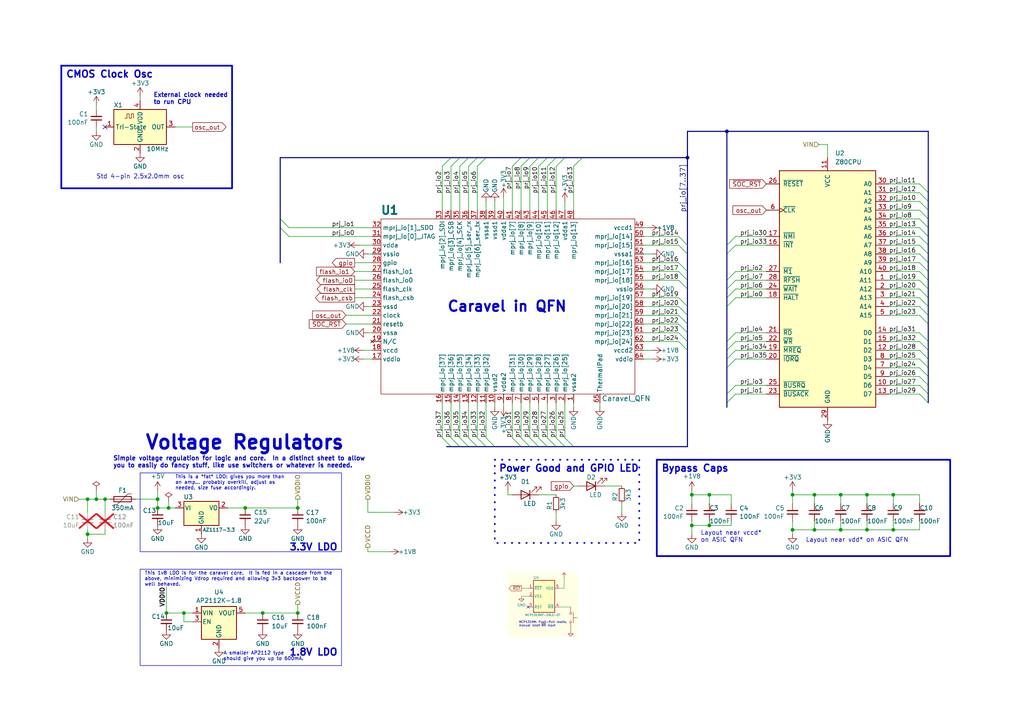
<source format=kicad_sch>
(kicad_sch (version 20231120) (generator "eeschema") (generator_version "8.0")
  (paper "A4")
  (junction (at 53.34 177.8))
  (junction (at 45.72 147.32))
  (junction (at 229.87 143.51))
  (junction (at 236.22 143.51))
  (junction (at 48.895 147.32))
  (junction (at 243.84 143.51))
  (junction (at 45.72 144.78))
  (junction (at 48.26 177.8))
  (junction (at 259.08 153.67))
  (junction (at 199.39 45.72))
  (junction (at 205.74 143.51))
  (junction (at 236.22 153.67))
  (junction (at 200.66 143.51))
  (junction (at 210.82 38.1))
  (junction (at 30.48 144.78))
  (junction (at 71.12 147.32))
  (junction (at 25.4 144.78))
  (junction (at 76.2 177.8))
  (junction (at 25.4 154.94))
  (junction (at 205.74 152.4))
  (junction (at 27.94 144.78))
  (junction (at 86.36 147.32))
  (junction (at 86.36 177.8))
  (junction (at 251.46 143.51))
  (junction (at 229.87 153.67))
  (junction (at 243.84 153.67))
  (junction (at 251.46 153.67))
  (junction (at 200.66 152.4))
  (junction (at 259.08 143.51))
  (no_connect (at 30.48 36.83))
  (bus_entry (at 269.24 78.74) (size -2.54 -2.54))
  (bus_entry (at 269.24 81.28) (size -2.54 -2.54))
  (bus_entry (at 269.24 99.06) (size -2.54 -2.54))
  (bus_entry (at 269.24 114.3) (size -2.54 -2.54))
  (bus_entry (at 133.35 129.54) (size -2.54 -2.54))
  (bus_entry (at 161.29 45.72) (size -2.54 2.54))
  (bus_entry (at 269.24 93.98) (size -2.54 -2.54))
  (bus_entry (at 199.39 91.44) (size -2.54 -2.54))
  (bus_entry (at 199.39 96.52) (size -2.54 -2.54))
  (bus_entry (at 269.24 55.88) (size -2.54 -2.54))
  (bus_entry (at 140.97 129.54) (size -2.54 -2.54))
  (bus_entry (at 143.51 129.54) (size -2.54 -2.54))
  (bus_entry (at 210.82 104.14) (size 2.54 -2.54))
  (bus_entry (at 135.89 129.54) (size -2.54 -2.54))
  (bus_entry (at 81.28 66.04) (size 2.54 2.54))
  (bus_entry (at 133.35 48.26) (size 2.54 -2.54))
  (bus_entry (at 210.82 81.28) (size 2.54 -2.54))
  (bus_entry (at 210.82 116.84) (size 2.54 -2.54))
  (bus_entry (at 156.21 129.54) (size -2.54 -2.54))
  (bus_entry (at 156.21 45.72) (size -2.54 2.54))
  (bus_entry (at 269.24 83.82) (size -2.54 -2.54))
  (bus_entry (at 269.24 66.04) (size -2.54 -2.54))
  (bus_entry (at 269.24 76.2) (size -2.54 -2.54))
  (bus_entry (at 163.83 129.54) (size -2.54 -2.54))
  (bus_entry (at 153.67 45.72) (size -2.54 2.54))
  (bus_entry (at 269.24 88.9) (size -2.54 -2.54))
  (bus_entry (at 81.28 63.5) (size 2.54 2.54))
  (bus_entry (at 269.24 116.84) (size -2.54 -2.54))
  (bus_entry (at 199.39 88.9) (size -2.54 -2.54))
  (bus_entry (at 199.39 99.06) (size -2.54 -2.54))
  (bus_entry (at 269.24 58.42) (size -2.54 -2.54))
  (bus_entry (at 210.82 71.12) (size 2.54 -2.54))
  (bus_entry (at 135.89 48.26) (size 2.54 -2.54))
  (bus_entry (at 269.24 106.68) (size -2.54 -2.54))
  (bus_entry (at 210.82 88.9) (size 2.54 -2.54))
  (bus_entry (at 269.24 63.5) (size -2.54 -2.54))
  (bus_entry (at 269.24 86.36) (size -2.54 -2.54))
  (bus_entry (at 199.39 71.12) (size -2.54 -2.54))
  (bus_entry (at 199.39 93.98) (size -2.54 -2.54))
  (bus_entry (at 168.91 45.72) (size -2.54 2.54))
  (bus_entry (at 130.81 48.26) (size 2.54 -2.54))
  (bus_entry (at 210.82 114.3) (size 2.54 -2.54))
  (bus_entry (at 269.24 101.6) (size -2.54 -2.54))
  (bus_entry (at 269.24 109.22) (size -2.54 -2.54))
  (bus_entry (at 210.82 101.6) (size 2.54 -2.54))
  (bus_entry (at 210.82 83.82) (size 2.54 -2.54))
  (bus_entry (at 199.39 81.28) (size -2.54 -2.54))
  (bus_entry (at 269.24 104.14) (size -2.54 -2.54))
  (bus_entry (at 151.13 45.72) (size -2.54 2.54))
  (bus_entry (at 269.24 60.96) (size -2.54 -2.54))
  (bus_entry (at 210.82 99.06) (size 2.54 -2.54))
  (bus_entry (at 163.83 45.72) (size -2.54 2.54))
  (bus_entry (at 269.24 73.66) (size -2.54 -2.54))
  (bus_entry (at 199.39 73.66) (size -2.54 -2.54))
  (bus_entry (at 158.75 129.54) (size -2.54 -2.54))
  (bus_entry (at 199.39 101.6) (size -2.54 -2.54))
  (bus_entry (at 130.81 129.54) (size -2.54 -2.54))
  (bus_entry (at 269.24 68.58) (size -2.54 -2.54))
  (bus_entry (at 269.24 111.76) (size -2.54 -2.54))
  (bus_entry (at 153.67 129.54) (size -2.54 -2.54))
  (bus_entry (at 138.43 48.26) (size 2.54 -2.54))
  (bus_entry (at 166.37 129.54) (size -2.54 -2.54))
  (bus_entry (at 210.82 86.36) (size 2.54 -2.54))
  (bus_entry (at 138.43 129.54) (size -2.54 -2.54))
  (bus_entry (at 161.29 129.54) (size -2.54 -2.54))
  (bus_entry (at 128.27 48.26) (size 2.54 -2.54))
  (bus_entry (at 269.24 71.12) (size -2.54 -2.54))
  (bus_entry (at 199.39 83.82) (size -2.54 -2.54))
  (bus_entry (at 210.82 106.68) (size 2.54 -2.54))
  (bus_entry (at 210.82 73.66) (size 2.54 -2.54))
  (bus_entry (at 151.13 129.54) (size -2.54 -2.54))
  (bus_entry (at 199.39 78.74) (size -2.54 -2.54))
  (bus_entry (at 158.75 45.72) (size -2.54 2.54))
  (bus_entry (at 269.24 91.44) (size -2.54 -2.54))
  (wire (pts (xy 128.27 48.26) (xy 128.27 60.96)))
  (wire (pts (xy 146.05 60.96) (xy 146.05 57.15)))
  (bus (pts (xy 199.39 83.82) (xy 199.39 88.9)))
  (bus (pts (xy 199.39 91.44) (xy 199.39 93.98)))
  (wire (pts (xy 189.23 83.82) (xy 186.69 83.82)))
  (bus (pts (xy 269.24 60.96) (xy 269.24 63.5)))
  (wire (pts (xy 138.43 48.26) (xy 138.43 60.96)))
  (bus (pts (xy 161.29 129.54) (xy 163.83 129.54)))
  (wire (pts (xy 106.68 160.02) (xy 113.03 160.02)))
  (wire (pts (xy 83.82 68.58) (xy 107.95 68.58)))
  (wire (pts (xy 153.67 116.84) (xy 153.67 127)))
  (wire (pts (xy 212.09 143.51) (xy 212.09 146.05)))
  (wire (pts (xy 148.59 116.84) (xy 148.59 127)))
  (bus (pts (xy 151.13 129.54) (xy 153.67 129.54)))
  (bus (pts (xy 168.91 45.72) (xy 199.39 45.72)))
  (bus (pts (xy 210.82 83.82) (xy 210.82 86.36)))
  (wire (pts (xy 86.36 175.26) (xy 86.36 177.8)))
  (wire (pts (xy 186.69 88.9) (xy 196.85 88.9)))
  (bus (pts (xy 81.28 66.04) (xy 81.28 76.2)))
  (bus (pts (xy 269.24 76.2) (xy 269.24 78.74)))
  (wire (pts (xy 166.37 118.11) (xy 166.37 116.84)))
  (bus (pts (xy 129.54 129.54) (xy 130.81 129.54)))
  (wire (pts (xy 186.69 71.12) (xy 196.85 71.12)))
  (bus (pts (xy 269.24 83.82) (xy 269.24 86.36)))
  (wire (pts (xy 257.81 101.6) (xy 266.7 101.6)))
  (wire (pts (xy 257.81 78.74) (xy 266.7 78.74)))
  (wire (pts (xy 200.66 152.4) (xy 200.66 154.94)))
  (bus (pts (xy 199.39 93.98) (xy 199.39 96.52)))
  (bus (pts (xy 81.28 45.72) (xy 130.81 45.72)))
  (bus (pts (xy 269.24 91.44) (xy 269.24 93.98)))
  (wire (pts (xy 140.97 60.96) (xy 140.97 58.42)))
  (bus (pts (xy 210.82 106.68) (xy 210.82 114.3)))
  (wire (pts (xy 259.08 143.51) (xy 266.7 143.51)))
  (bus (pts (xy 210.82 81.28) (xy 210.82 83.82)))
  (wire (pts (xy 133.35 116.84) (xy 133.35 127)))
  (bus (pts (xy 269.24 63.5) (xy 269.24 66.04)))
  (wire (pts (xy 229.87 153.67) (xy 229.87 154.94)))
  (wire (pts (xy 48.26 177.8) (xy 53.34 177.8)))
  (wire (pts (xy 240.03 45.72) (xy 240.03 41.91)))
  (bus (pts (xy 199.39 88.9) (xy 199.39 91.44)))
  (bus (pts (xy 269.24 68.58) (xy 269.24 71.12)))
  (wire (pts (xy 213.36 83.82) (xy 222.25 83.82)))
  (wire (pts (xy 213.36 99.06) (xy 222.25 99.06)))
  (wire (pts (xy 25.4 154.94) (xy 25.4 156.21)))
  (wire (pts (xy 229.87 142.24) (xy 229.87 143.51)))
  (bus (pts (xy 269.24 55.88) (xy 269.24 58.42)))
  (wire (pts (xy 76.2 177.8) (xy 86.36 177.8)))
  (wire (pts (xy 257.81 88.9) (xy 266.7 88.9)))
  (wire (pts (xy 257.81 76.2) (xy 266.7 76.2)))
  (wire (pts (xy 257.81 66.04) (xy 266.7 66.04)))
  (wire (pts (xy 251.46 143.51) (xy 251.46 146.05)))
  (bus (pts (xy 269.24 111.76) (xy 269.24 114.3)))
  (bus (pts (xy 199.39 81.28) (xy 199.39 83.82)))
  (wire (pts (xy 229.87 151.13) (xy 229.87 153.67)))
  (wire (pts (xy 200.66 152.4) (xy 205.74 152.4)))
  (wire (pts (xy 143.51 118.11) (xy 143.51 116.84)))
  (wire (pts (xy 161.29 148.59) (xy 161.29 151.13)))
  (wire (pts (xy 71.12 147.32) (xy 86.36 147.32)))
  (wire (pts (xy 213.36 86.36) (xy 222.25 86.36)))
  (wire (pts (xy 243.84 143.51) (xy 251.46 143.51)))
  (wire (pts (xy 146.05 118.11) (xy 146.05 116.84)))
  (bus (pts (xy 210.82 38.1) (xy 269.24 38.1)))
  (bus (pts (xy 210.82 88.9) (xy 210.82 99.06)))
  (wire (pts (xy 205.74 143.51) (xy 205.74 146.05)))
  (bus (pts (xy 210.82 38.1) (xy 210.82 71.12)))
  (wire (pts (xy 30.48 153.67) (xy 30.48 154.94)))
  (bus (pts (xy 210.82 86.36) (xy 210.82 88.9)))
  (bus (pts (xy 269.24 38.1) (xy 269.24 55.88)))
  (wire (pts (xy 189.23 104.14) (xy 186.69 104.14)))
  (wire (pts (xy 140.97 116.84) (xy 140.97 127)))
  (wire (pts (xy 189.23 101.6) (xy 186.69 101.6)))
  (wire (pts (xy 55.88 180.34) (xy 53.34 180.34)))
  (wire (pts (xy 175.26 140.97) (xy 180.34 140.97)))
  (wire (pts (xy 138.43 116.84) (xy 138.43 127)))
  (bus (pts (xy 199.39 38.1) (xy 210.82 38.1)))
  (bus (pts (xy 81.28 63.5) (xy 81.28 66.04)))
  (wire (pts (xy 186.69 68.58) (xy 196.85 68.58)))
  (bus (pts (xy 269.24 58.42) (xy 269.24 60.96)))
  (bus (pts (xy 163.83 45.72) (xy 168.91 45.72)))
  (wire (pts (xy 86.36 144.78) (xy 86.36 147.32)))
  (bus (pts (xy 210.82 114.3) (xy 210.82 116.84)))
  (bus (pts (xy 140.97 45.72) (xy 151.13 45.72)))
  (bus (pts (xy 210.82 101.6) (xy 210.82 104.14)))
  (wire (pts (xy 186.69 91.44) (xy 196.85 91.44)))
  (wire (pts (xy 257.81 99.06) (xy 266.7 99.06)))
  (wire (pts (xy 25.4 144.78) (xy 25.4 148.59)))
  (bus (pts (xy 158.75 45.72) (xy 161.29 45.72)))
  (wire (pts (xy 257.81 96.52) (xy 266.7 96.52)))
  (bus (pts (xy 133.35 129.54) (xy 135.89 129.54)))
  (bus (pts (xy 210.82 104.14) (xy 210.82 106.68)))
  (wire (pts (xy 166.37 140.97) (xy 167.64 140.97)))
  (wire (pts (xy 53.34 180.34) (xy 53.34 177.8)))
  (wire (pts (xy 251.46 153.67) (xy 243.84 153.67)))
  (wire (pts (xy 107.95 96.52) (xy 106.68 96.52)))
  (wire (pts (xy 45.72 142.24) (xy 45.72 144.78)))
  (wire (pts (xy 200.66 142.24) (xy 200.66 143.51)))
  (bus (pts (xy 199.39 99.06) (xy 199.39 101.6)))
  (bus (pts (xy 269.24 71.12) (xy 269.24 73.66)))
  (wire (pts (xy 186.69 76.2) (xy 196.85 76.2)))
  (wire (pts (xy 25.4 153.67) (xy 25.4 154.94)))
  (wire (pts (xy 107.95 78.74) (xy 102.87 78.74)))
  (wire (pts (xy 130.81 116.84) (xy 130.81 127)))
  (wire (pts (xy 257.81 60.96) (xy 266.7 60.96)))
  (wire (pts (xy 147.32 143.51) (xy 148.59 143.51)))
  (wire (pts (xy 128.27 116.84) (xy 128.27 127)))
  (wire (pts (xy 50.8 36.83) (xy 55.88 36.83)))
  (wire (pts (xy 71.12 177.8) (xy 76.2 177.8)))
  (bus (pts (xy 269.24 101.6) (xy 269.24 104.14)))
  (wire (pts (xy 251.46 151.13) (xy 251.46 153.67)))
  (bus (pts (xy 156.21 129.54) (xy 158.75 129.54)))
  (bus (pts (xy 135.89 45.72) (xy 138.43 45.72)))
  (wire (pts (xy 257.81 111.76) (xy 266.7 111.76)))
  (wire (pts (xy 22.86 144.78) (xy 25.4 144.78)))
  (wire (pts (xy 156.21 116.84) (xy 156.21 127)))
  (wire (pts (xy 257.81 106.68) (xy 266.7 106.68)))
  (wire (pts (xy 151.13 116.84) (xy 151.13 127)))
  (wire (pts (xy 236.22 151.13) (xy 236.22 153.67)))
  (bus (pts (xy 269.24 78.74) (xy 269.24 81.28)))
  (wire (pts (xy 39.37 144.78) (xy 45.72 144.78)))
  (bus (pts (xy 153.67 45.72) (xy 156.21 45.72)))
  (wire (pts (xy 163.83 60.96) (xy 163.83 58.42)))
  (wire (pts (xy 213.36 111.76) (xy 222.25 111.76)))
  (wire (pts (xy 200.66 143.51) (xy 200.66 146.05)))
  (wire (pts (xy 213.36 114.3) (xy 222.25 114.3)))
  (bus (pts (xy 269.24 114.3) (xy 269.24 116.84)))
  (bus (pts (xy 153.67 129.54) (xy 156.21 129.54)))
  (wire (pts (xy 259.08 153.67) (xy 251.46 153.67)))
  (bus (pts (xy 138.43 129.54) (xy 140.97 129.54)))
  (wire (pts (xy 151.13 48.26) (xy 151.13 60.96)))
  (wire (pts (xy 107.95 101.6) (xy 105.41 101.6)))
  (wire (pts (xy 107.95 86.36) (xy 102.87 86.36)))
  (wire (pts (xy 133.35 48.26) (xy 133.35 60.96)))
  (wire (pts (xy 243.84 143.51) (xy 243.84 146.05)))
  (wire (pts (xy 106.68 148.59) (xy 114.3 148.59)))
  (bus (pts (xy 269.24 86.36) (xy 269.24 88.9)))
  (wire (pts (xy 213.36 78.74) (xy 222.25 78.74)))
  (wire (pts (xy 107.95 71.12) (xy 104.14 71.12)))
  (wire (pts (xy 257.81 71.12) (xy 266.7 71.12)))
  (wire (pts (xy 45.72 144.78) (xy 45.72 147.32)))
  (wire (pts (xy 107.95 76.2) (xy 102.87 76.2)))
  (bus (pts (xy 81.28 45.72) (xy 81.28 63.5)))
  (bus (pts (xy 199.39 71.12) (xy 199.39 73.66)))
  (bus (pts (xy 269.24 81.28) (xy 269.24 83.82)))
  (wire (pts (xy 213.36 81.28) (xy 222.25 81.28)))
  (bus (pts (xy 269.24 73.66) (xy 269.24 76.2)))
  (wire (pts (xy 257.81 81.28) (xy 266.7 81.28)))
  (wire (pts (xy 257.81 63.5) (xy 266.7 63.5)))
  (bus (pts (xy 210.82 116.84) (xy 210.82 118.11)))
  (bus (pts (xy 166.37 129.54) (xy 199.39 129.54)))
  (wire (pts (xy 257.81 73.66) (xy 266.7 73.66)))
  (wire (pts (xy 205.74 151.13) (xy 205.74 152.4)))
  (bus (pts (xy 130.81 45.72) (xy 133.35 45.72)))
  (wire (pts (xy 45.72 147.32) (xy 48.895 147.32)))
  (wire (pts (xy 153.67 48.26) (xy 153.67 60.96)))
  (wire (pts (xy 186.69 78.74) (xy 196.85 78.74)))
  (bus (pts (xy 269.24 99.06) (xy 269.24 101.6)))
  (wire (pts (xy 27.94 142.24) (xy 27.94 144.78)))
  (wire (pts (xy 48.895 145.415) (xy 48.895 147.32)))
  (wire (pts (xy 200.66 151.13) (xy 200.66 152.4)))
  (wire (pts (xy 107.95 104.14) (xy 105.41 104.14)))
  (bus (pts (xy 151.13 45.72) (xy 153.67 45.72)))
  (bus (pts (xy 210.82 99.06) (xy 210.82 101.6)))
  (wire (pts (xy 27.94 144.78) (xy 30.48 144.78)))
  (bus (pts (xy 269.24 88.9) (xy 269.24 91.44)))
  (bus (pts (xy 269.24 106.68) (xy 269.24 109.22)))
  (wire (pts (xy 257.81 86.36) (xy 266.7 86.36)))
  (wire (pts (xy 106.68 148.59) (xy 106.68 144.78)))
  (bus (pts (xy 199.39 45.72) (xy 199.39 38.1)))
  (wire (pts (xy 130.81 48.26) (xy 130.81 60.96)))
  (bus (pts (xy 199.39 78.74) (xy 199.39 81.28)))
  (bus (pts (xy 163.83 129.54) (xy 166.37 129.54)))
  (wire (pts (xy 257.81 58.42) (xy 266.7 58.42)))
  (wire (pts (xy 236.22 143.51) (xy 236.22 146.05)))
  (wire (pts (xy 229.87 143.51) (xy 229.87 146.05)))
  (wire (pts (xy 259.08 143.51) (xy 259.08 146.05)))
  (wire (pts (xy 25.4 144.78) (xy 27.94 144.78)))
  (wire (pts (xy 27.94 30.48) (xy 27.94 31.75)))
  (wire (pts (xy 107.95 73.66) (xy 106.68 73.66)))
  (wire (pts (xy 30.48 144.78) (xy 30.48 148.59)))
  (bus (pts (xy 210.82 73.66) (xy 210.82 81.28)))
  (wire (pts (xy 25.4 154.94) (xy 30.48 154.94)))
  (wire (pts (xy 166.37 48.26) (xy 166.37 60.96)))
  (wire (pts (xy 212.09 152.4) (xy 212.09 151.13)))
  (wire (pts (xy 205.74 143.51) (xy 212.09 143.51)))
  (wire (pts (xy 266.7 151.13) (xy 266.7 153.67)))
  (wire (pts (xy 40.64 27.94) (xy 40.64 29.21)))
  (wire (pts (xy 158.75 116.84) (xy 158.75 127)))
  (wire (pts (xy 243.84 151.13) (xy 243.84 153.67)))
  (wire (pts (xy 259.08 151.13) (xy 259.08 153.67)))
  (bus (pts (xy 269.24 66.04) (xy 269.24 68.58)))
  (bus (pts (xy 199.39 96.52) (xy 199.39 99.06)))
  (bus (pts (xy 210.82 71.12) (xy 210.82 73.66)))
  (wire (pts (xy 257.81 109.22) (xy 266.7 109.22)))
  (wire (pts (xy 236.22 143.51) (xy 243.84 143.51)))
  (wire (pts (xy 266.7 153.67) (xy 259.08 153.67)))
  (wire (pts (xy 187.96 66.04) (xy 186.69 66.04)))
  (wire (pts (xy 156.21 48.26) (xy 156.21 60.96)))
  (wire (pts (xy 135.89 48.26) (xy 135.89 60.96)))
  (wire (pts (xy 173.99 118.11) (xy 173.99 116.84)))
  (wire (pts (xy 180.34 146.05) (xy 180.34 148.59)))
  (bus (pts (xy 158.75 129.54) (xy 161.29 129.54)))
  (wire (pts (xy 48.26 170.18) (xy 48.26 177.8)))
  (bus (pts (xy 161.29 45.72) (xy 163.83 45.72)))
  (wire (pts (xy 107.95 88.9) (xy 106.68 88.9)))
  (bus (pts (xy 140.97 129.54) (xy 143.51 129.54)))
  (wire (pts (xy 257.81 104.14) (xy 266.7 104.14)))
  (bus (pts (xy 199.39 73.66) (xy 199.39 78.74)))
  (wire (pts (xy 53.34 177.8) (xy 55.88 177.8)))
  (wire (pts (xy 30.48 144.78) (xy 31.75 144.78)))
  (wire (pts (xy 148.59 48.26) (xy 148.59 60.96)))
  (bus (pts (xy 269.24 109.22) (xy 269.24 111.76)))
  (bus (pts (xy 130.81 129.54) (xy 133.35 129.54)))
  (wire (pts (xy 257.81 53.34) (xy 266.7 53.34)))
  (wire (pts (xy 257.81 68.58) (xy 266.7 68.58)))
  (wire (pts (xy 156.21 143.51) (xy 161.29 143.51)))
  (wire (pts (xy 107.95 93.98) (xy 100.33 93.98)))
  (wire (pts (xy 251.46 143.51) (xy 259.08 143.51)))
  (wire (pts (xy 213.36 68.58) (xy 222.25 68.58)))
  (wire (pts (xy 66.04 147.32) (xy 71.12 147.32)))
  (wire (pts (xy 205.74 152.4) (xy 212.09 152.4)))
  (wire (pts (xy 186.69 81.28) (xy 196.85 81.28)))
  (wire (pts (xy 213.36 71.12) (xy 222.25 71.12)))
  (wire (pts (xy 213.36 101.6) (xy 222.25 101.6)))
  (bus (pts (xy 199.39 101.6) (xy 199.39 129.54)))
  (wire (pts (xy 229.87 143.51) (xy 236.22 143.51)))
  (wire (pts (xy 27.94 36.83) (xy 27.94 38.1)))
  (bus (pts (xy 143.51 129.54) (xy 151.13 129.54)))
  (wire (pts (xy 161.29 116.84) (xy 161.29 127)))
  (bus (pts (xy 135.89 129.54) (xy 138.43 129.54)))
  (bus (pts (xy 269.24 104.14) (xy 269.24 106.68)))
  (wire (pts (xy 163.83 116.84) (xy 163.83 127)))
  (wire (pts (xy 106.68 158.75) (xy 106.68 160.02)))
  (wire (pts (xy 161.29 48.26) (xy 161.29 60.96)))
  (wire (pts (xy 83.82 66.04) (xy 107.95 66.04)))
  (wire (pts (xy 147.32 142.24) (xy 147.32 143.51)))
  (wire (pts (xy 107.95 81.28) (xy 102.87 81.28)))
  (wire (pts (xy 186.69 99.06) (xy 196.85 99.06)))
  (wire (pts (xy 266.7 146.05) (xy 266.7 143.51)))
  (wire (pts (xy 213.36 104.14) (xy 222.25 104.14)))
  (bus (pts (xy 199.39 45.72) (xy 199.39 71.12)))
  (wire (pts (xy 257.81 91.44) (xy 266.7 91.44)))
  (wire (pts (xy 186.69 93.98) (xy 196.85 93.98)))
  (wire (pts (xy 107.95 91.44) (xy 100.33 91.44)))
  (wire (pts (xy 135.89 116.84) (xy 135.89 127)))
  (wire (pts (xy 240.03 41.91) (xy 237.49 41.91)))
  (wire (pts (xy 257.81 55.88) (xy 266.7 55.88)))
  (wire (pts (xy 213.36 96.52) (xy 222.25 96.52)))
  (wire (pts (xy 243.84 153.67) (xy 236.22 153.67)))
  (wire (pts (xy 107.95 83.82) (xy 102.87 83.82)))
  (bus (pts (xy 156.21 45.72) (xy 158.75 45.72)))
  (wire (pts (xy 200.66 143.51) (xy 205.74 143.51)))
  (wire (pts (xy 186.69 86.36) (xy 196.85 86.36)))
  (bus (pts (xy 133.35 45.72) (xy 135.89 45.72)))
  (bus (pts (xy 269.24 93.98) (xy 269.24 99.06)))
  (wire (pts (xy 48.895 147.32) (xy 50.8 147.32)))
  (wire (pts (xy 186.69 96.52) (xy 196.85 96.52)))
  (wire (pts (xy 143.51 60.96) (xy 143.51 58.42)))
  (wire (pts (xy 236.22 153.67) (xy 229.87 153.67)))
  (wire (pts (xy 189.23 73.66) (xy 186.69 73.66)))
  (wire (pts (xy 257.81 114.3) (xy 266.7 114.3)))
  (bus (pts (xy 138.43 45.72) (xy 140.97 45.72)))
  (wire (pts (xy 257.81 83.82) (xy 266.7 83.82)))
  (wire (pts (xy 158.75 48.26) (xy 158.75 60.96)))
  (rectangle (start 40.64 137.16) (end 99.06 160.02))
  (rectangle (start 143.51 133.35) (end 185.42 157.48) (stroke (width 0.5) (type dot)))
  (rectangle (start 17.78 19.05) (end 67.31 54.61) (stroke (width 0.5)))
  (rectangle (start 190.5 133.35) (end 275.59 161.29) (stroke (width 0.5)))
  (rectangle (start 40.64 165.1) (end 99.06 193.04))
  (image (at 157.48 175.26) (scale 0.0926649))
  (text "CMOS Clock Osc" (at 19.05 22.86 0) (effects (font (size 2 2) (thickness 0.4) (bold yes)) (justify left bottom)))
  (text "A smaller AP2112 type\nshould give you up to 600mA." (at 64.77 191.77 0) (effects (font (size 1 1)) (justify left bottom)))
  (text "This 1v8 LDO is for the caravel core.  It is fed in a cascade from the\nabove, minimizing Vdrop required and allowing 3v3 backpower to be \nwell behaved.\n" (at 41.91 170.18 0) (effects (font (size 1 1)) (justify left bottom)))
  (text "Power Good and GPIO LED" (at 185.42 137.16 0) (effects (font (size 2 2) (thickness 0.4) (bold yes)) (justify right bottom)))
  (text "3.3V LDO" (at 83.82 160.02 0) (effects (font (size 2 2) (thickness 0.4) (bold yes)) (justify left bottom)))
  (text "Voltage Regulators" (at 41.91 130.81 0) (effects (font (size 4 4) (thickness 0.8) (bold yes)) (justify left bottom)))
  (text "Layout near vccd*\non ASIC QFN" (at 203.2 157.48 0) (effects (font (size 1.27 1.27)) (justify left bottom)))
  (text "Layout near vdd* on ASIC QFN" (at 233.68 157.48 0) (effects (font (size 1.27 1.27)) (justify left bottom)))
  (text "Caravel in QFN" (at 129.54 90.805 0) (effects (font (size 3 3) (bold yes)) (justify left bottom)))
  (text "Bypass Caps" (at 191.77 137.16 0) (effects (font (size 2 2) (thickness 0.4) (bold yes)) (justify left bottom)))
  (text "This is a *fat* LDO: gives you more than \nan amp... probably overkill, adjust as \nneeded, size fuse accordingly." (at 50.8 142.24 0) (effects (font (size 1 1)) (justify left bottom)))
  (text "Simple voltage regulation for logic and core.  In a distinct sheet to allow\nyou to easily do fancy stuff, like use switchers or whatever is needed." (at 32.766 135.89 0) (effects (font (size 1.27 1.27) (bold yes)) (justify left bottom)))
  (text "1.8V LDO" (at 83.82 190.5 0) (effects (font (size 2 2) (thickness 0.4) (bold yes)) (justify left bottom)))
  (text "External clock needed\nto run CPU" (at 44.45 30.48 0) (effects (font (size 1.27 1.27) (bold yes)) (justify left bottom)))
  (text "Std 4-pin 2.5x2.0mm osc" (at 27.94 52.07 0) (effects (font (size 1.27 1.27)) (justify left bottom)))
  (label "prj_io2" (at 214.63 78.74 0))
  (label "prj_io[7..37]" (at 199.39 61.595 90) (effects (font (size 1.5 1.5))))
  (label "prj_io17" (at 257.81 76.2 0))
  (label "prj_io12" (at 257.81 55.88 0))
  (label "prj_io33" (at 214.63 71.12 0))
  (label "prj_io14" (at 257.81 68.58 0))
  (label "prj_io8" (at 257.81 63.5 0))
  (label "prj_io20" (at 257.81 83.82 0))
  (label "prj_io13" (at 257.81 66.04 0))
  (label "prj_io17" (at 196.85 78.74 180))
  (label "prj_io5" (at 135.89 49.53 270))
  (label "prj_io28" (at 257.81 101.6 0))
  (label "prj_io10" (at 156.21 48.26 270))
  (label "prj_io24" (at 257.81 106.68 0))
  (label "prj_io30" (at 151.13 127 90))
  (label "prj_io32" (at 140.97 127 90))
  (label "prj_io1" (at 102.87 66.04 180))
  (label "prj_io8" (at 151.13 48.26 270))
  (label "prj_io26" (at 257.81 109.22 0))
  (label "prj_io12" (at 161.29 48.26 270))
  (label "prj_io35" (at 133.35 127 90))
  (label "prj_io1" (at 214.63 114.3 0))
  (label "prj_io33" (at 138.43 127 90))
  (label "prj_io18" (at 196.85 81.28 180))
  (label "prj_io21" (at 196.85 91.44 180))
  (label "prj_io36" (at 130.81 127 90))
  (label "prj_io23" (at 257.81 91.44 0))
  (label "prj_io31" (at 257.81 96.52 0))
  (label "prj_io9" (at 257.81 60.96 0))
  (label "prj_io34" (at 135.89 127 90))
  (label "prj_io6" (at 138.43 49.53 270))
  (label "prj_io16" (at 257.81 73.66 0))
  (label "prj_io0" (at 214.63 86.36 0))
  (label "prj_io6" (at 214.63 83.82 0))
  (label "prj_io22" (at 257.81 88.9 0))
  (label "prj_io11" (at 158.75 48.26 270))
  (label "prj_io15" (at 257.81 71.12 0))
  (label "prj_io4" (at 214.63 96.52 0))
  (label "prj_io23" (at 196.85 96.52 180))
  (label "prj_io30" (at 214.63 68.58 0))
  (label "prj_io15" (at 196.85 71.12 180))
  (label "prj_io3" (at 214.63 111.76 0))
  (label "prj_io2" (at 128.27 49.53 270))
  (label "prj_io35" (at 214.63 104.14 0))
  (label "prj_io32" (at 257.81 99.06 0))
  (label "prj_io27" (at 257.81 111.76 0))
  (label "prj_io5" (at 214.63 99.06 0))
  (label "prj_io4" (at 133.35 49.53 270))
  (label "prj_io34" (at 214.63 101.6 0))
  (label "prj_io7" (at 148.59 48.26 270))
  (label "prj_io29" (at 257.81 114.3 0))
  (label "prj_io16" (at 196.85 76.2 180))
  (label "prj_io0" (at 102.87 68.58 180))
  (label "prj_io27" (at 158.75 127 90))
  (label "prj_io26" (at 161.29 127 90))
  (label "prj_io7" (at 214.63 81.28 0))
  (label "prj_io21" (at 257.81 86.36 0))
  (label "VDDIO" (at 48.26 170.18 270) (effects (font (bold yes))))
  (label "prj_io11" (at 257.81 53.34 0))
  (label "prj_io19" (at 196.85 86.36 180))
  (label "prj_io3" (at 130.81 49.53 270))
  (label "prj_io28" (at 156.21 127 90))
  (label "prj_io9" (at 153.67 48.26 270))
  (label "prj_io14" (at 196.85 68.58 180))
  (label "prj_io20" (at 196.85 88.9 180))
  (label "prj_io10" (at 257.81 58.42 0))
  (label "prj_io18" (at 257.81 78.74 0))
  (label "prj_io29" (at 153.67 127 90))
  (label "prj_io25" (at 257.81 104.14 0))
  (label "prj_io24" (at 196.85 99.06 180))
  (label "prj_io25" (at 163.83 127 90))
  (label "prj_io19" (at 257.81 81.28 0))
  (label "prj_io22" (at 196.85 93.98 180))
  (label "prj_io37" (at 128.27 127 90))
  (label "prj_io13" (at 166.37 48.26 270))
  (label "prj_io31" (at 148.59 127 90))
  (global_label "~{SOC_RST}" (shape input) (at 100.33 93.98 180) (property "Intersheetrefs" "${INTERSHEET_REFS}" (effects (hide yes))))
  (global_label "~{SOC_RST}" (shape input) (at 222.25 53.34 180) (property "Intersheetrefs" "${INTERSHEET_REFS}" (effects (hide yes))))
  (global_label "gpio" (shape input) (at 166.37 140.97 180) (property "Intersheetrefs" "${INTERSHEET_REFS}" (effects (hide yes))))
  (global_label "flash_io0" (shape output) (at 102.87 81.28 180) (property "Intersheetrefs" "${INTERSHEET_REFS}" (effects (hide yes))))
  (global_label "flash_csb" (shape output) (at 102.87 86.36 180) (property "Intersheetrefs" "${INTERSHEET_REFS}" (effects (hide yes))))
  (global_label "gpio" (shape output) (at 102.87 76.2 180) (property "Intersheetrefs" "${INTERSHEET_REFS}" (effects (hide yes))))
  (global_label "osc_out" (shape output) (at 55.88 36.83 0) (property "Intersheetrefs" "${INTERSHEET_REFS}" (effects (hide yes))))
  (global_label "osc_out" (shape input) (at 100.33 91.44 180) (property "Intersheetrefs" "${INTERSHEET_REFS}" (effects (hide yes))))
  (global_label "flash_clk" (shape output) (at 102.87 83.82 180) (property "Intersheetrefs" "${INTERSHEET_REFS}" (effects (hide yes))))
  (global_label "osc_out" (shape input) (at 222.25 60.96 180) (property "Intersheetrefs" "${INTERSHEET_REFS}" (effects (hide yes))))
  (global_label "flash_io1" (shape input) (at 102.87 78.74 180) (property "Intersheetrefs" "${INTERSHEET_REFS}" (effects (hide yes))))
  (hierarchical_label "VIN" (shape input) (at 237.49 41.91 180))
  (hierarchical_label "VIN" (shape input) (at 22.86 144.78 180))
  (hierarchical_label "VCCD" (shape output) (at 86.36 175.26 90))
  (hierarchical_label "VCCD" (shape output) (at 106.68 158.75 90))
  (hierarchical_label "VDDIO" (shape output) (at 106.68 144.78 90))
  (hierarchical_label "VDDIO" (shape output) (at 86.36 144.78 90))
  (symbol (lib_id "Device:C_Small") (at 205.74 148.59 180) (unit 1)
    (property "Reference" "C3" (at 205.74 147.32 0) (effects (justify right)))
    (property "Value" "100nF" (at 205.74 151.13 0) (effects (justify right)))
    (property "Footprint" "Capacitor_SMD:C_0603_1608Metric" (effects (hide yes)))
  )
  (symbol (lib_id "Device:LED") (at 171.45 140.97 180) (unit 1)
    (property "Reference" "D2" (at 171.45 138.43 0))
    (property "Value" "LED" (at 172.72 143.51 0))
    (property "Footprint" "LED_SMD:LED_0402_1005Metric" (effects (hide yes)))
  )
  (symbol (lib_id "power:+3V3") (at 163.83 58.42 0) (mirror y) (unit 1)
    (property "Reference" "#PWR012" (effects (hide yes)))
    (property "Value" "+3V3" (at 163.83 55.88 90) (effects (justify left)))
  )
  (symbol (lib_id "Device:C_Small") (at 86.36 149.86 0) (unit 1)
    (property "Reference" "C17" (at 88.6841 148.6542 0) (effects (justify left)))
    (property "Value" "100nF" (at 88.6841 151.0784 0) (effects (justify left)))
    (property "Footprint" "Capacitor_SMD:C_0603_1608Metric" (effects (hide yes)))
  )
  (symbol (lib_id "power:+1V8") (at 187.96 66.04 270) (mirror x) (unit 1)
    (property "Reference" "#PWR015" (effects (hide yes)))
    (property "Value" "+1V8" (at 193.04 66.04 90))
  )
  (symbol (lib_id "power:GND") (at 45.72 152.4 0) (unit 1)
    (property "Reference" "#PWR035" (effects (hide yes)))
    (property "Value" "GND" (at 45.72 156.21 0))
  )
  (symbol (lib_name "GND_1") (lib_id "power:GND") (at 166.37 118.11 0) (mirror y) (unit 1)
    (property "Reference" "#PWR013" (effects (hide yes)))
    (property "Value" "GND" (at 166.37 120.65 90) (effects (justify right)))
  )
  (symbol (lib_id "power:+1V8") (at 189.23 101.6 270) (mirror x) (unit 1)
    (property "Reference" "#PWR018" (effects (hide yes)))
    (property "Value" "+1V8" (at 194.31 101.6 90))
  )
  (symbol (lib_id "power:GND") (at 25.4 156.21 0) (unit 1)
    (property "Reference" "#PWR033" (effects (hide yes)))
    (property "Value" "GND" (at 25.4 160.02 0))
  )
  (symbol (lib_id "Device:C_Small") (at 251.46 148.59 0) (unit 1)
    (property "Reference" "C8" (at 251.46 147.32 0) (effects (justify left)))
    (property "Value" "100nF" (at 251.46 151.13 0) (effects (justify left)))
    (property "Footprint" "Capacitor_SMD:C_0603_1608Metric" (effects (hide yes)))
  )
  (symbol (lib_id "power:+3V3") (at 105.41 104.14 90) (mirror x) (unit 1)
    (property "Reference" "#PWR03" (effects (hide yes)))
    (property "Value" "+3V3" (at 100.33 104.14 90))
  )
  (symbol (lib_id "Device:C_Small") (at 236.22 148.59 0) (unit 1)
    (property "Reference" "C6" (at 236.22 147.32 0) (effects (justify left)))
    (property "Value" "100nF" (at 236.22 151.13 0) (effects (justify left)))
    (property "Footprint" "Capacitor_SMD:C_0603_1608Metric" (effects (hide yes)))
  )
  (symbol (lib_id "power:+1V8") (at 200.66 142.24 0) (unit 1)
    (property "Reference" "#PWR026" (effects (hide yes)))
    (property "Value" "+1V8" (at 200.66 138.1069 0))
  )
  (symbol (lib_id "Device:C_Small") (at 25.4 151.13 0) (mirror y) (unit 1) (dnp yes)
    (property "Reference" "C11" (at 23.0759 149.9242 0) (effects (justify left)))
    (property "Value" "10uF" (at 23.0759 152.3484 0) (effects (justify left)))
    (property "Footprint" "Capacitor_SMD:C_0805_2012Metric" (effects (hide yes)))
  )
  (symbol (lib_id "power:GND") (at 58.42 154.94 0) (unit 1)
    (property "Reference" "#PWR037" (effects (hide yes)))
    (property "Value" "GND" (at 58.42 158.75 0))
  )
  (symbol (lib_name "GND_1") (lib_id "power:GND") (at 240.03 121.92 0) (mirror y) (unit 1)
    (property "Reference" "#PWR020" (effects (hide yes)))
    (property "Value" "GND" (at 240.03 124.46 90) (effects (justify right)))
  )
  (symbol (lib_id "Device:C_Small") (at 30.48 151.13 0) (unit 1) (dnp yes)
    (property "Reference" "C12" (at 32.8041 149.9242 0) (effects (justify left)))
    (property "Value" "100nF" (at 32.8041 152.3484 0) (effects (justify left)))
    (property "Footprint" "Capacitor_SMD:C_0603_1608Metric" (effects (hide yes)))
  )
  (symbol (lib_id "TinyTapeout:Caravel_QFN") (at 143.51 87.63 270) (mirror x) (unit 1)
    (property "Reference" "U1" (at 113.03 60.96 90) (effects (font (size 2.4 2.4) (bold yes))))
    (property "Value" "Caravel_QFN" (at 181.61 115.57 90) (effects (font (size 1.5 1.5))))
    (property "Footprint" "Package_DFN_QFN:QFN-64-1EP_9x9mm_P0.5mm_EP7.65x7.65mm" (effects (hide yes)))
  )
  (symbol (lib_id "power:+3V3") (at 40.64 27.94 0) (unit 1)
    (property "Reference" "#PWR024" (effects (hide yes)))
    (property "Value" "+3V3" (at 40.64 24.13 0))
  )
  (symbol (lib_id "CPU:Z80CPU") (at 240.03 83.82 0) (unit 1)
    (property "Reference" "U2" (at 242.2241 44.45 0) (effects (justify left)))
    (property "Value" "Z80CPU" (at 242.2241 46.99 0) (effects (justify left)))
    (property "Footprint" "KiCadModels:IC_ADAPTER_ 220-1-40-006" (effects (hide yes)))
    (property "Datasheet" "www.zilog.com/manage_directlink.php?filepath=docs/z80/um0080" (effects (hide yes)))
    (property "Description" "8-bit General Purpose Microprocessor, DIP-40" (effects (hide yes)))
  )
  (symbol (lib_id "power:GND") (at 86.36 182.88 0) (unit 1)
    (property "Reference" "#PWR042" (effects (hide yes)))
    (property "Value" "GND" (at 86.36 186.69 0))
  )
  (symbol (lib_id "power:+3V3") (at 27.94 30.48 0) (unit 1)
    (property "Reference" "#PWR022" (effects (hide yes)))
    (property "Value" "+3V3" (at 27.94 26.67 0))
  )
  (symbol (lib_id "power:+3V3") (at 147.32 142.24 0) (unit 1)
    (property "Reference" "#PWR030" (effects (hide yes)))
    (property "Value" "+3V3" (at 147.32 138.43 0))
  )
  (symbol (lib_name "GND_1") (lib_id "power:GND") (at 189.23 83.82 90) (mirror x) (unit 1)
    (property "Reference" "#PWR017" (effects (hide yes)))
    (property "Value" "GND" (at 193.675 83.82 90))
  )
  (symbol (lib_id "power:GND") (at 161.29 151.13 0) (mirror y) (unit 1)
    (property "Reference" "#PWR031" (effects (hide yes)))
    (property "Value" "GND" (at 161.29 154.94 0))
  )
  (symbol (lib_id "power:+3V3") (at 114.3 148.59 270) (mirror x) (unit 1)
    (property "Reference" "#PWR043" (effects (hide yes)))
    (property "Value" "+3V3" (at 119.38 148.59 90))
  )
  (symbol (lib_name "GND_1") (lib_id "power:GND") (at 229.87 154.94 0) (unit 1)
    (property "Reference" "#PWR029" (effects (hide yes)))
    (property "Value" "GND" (at 229.87 158.75 0))
  )
  (symbol (lib_id "power:+3V3") (at 146.05 118.11 0) (mirror x) (unit 1)
    (property "Reference" "#PWR011" (effects (hide yes)))
    (property "Value" "+3V3" (at 146.05 120.65 90) (effects (justify left)))
  )
  (symbol (lib_id "Device:C_Small") (at 86.36 180.34 0) (unit 1)
    (property "Reference" "C18" (at 88.9 179.0762 0) (effects (justify left)))
    (property "Value" "100nF" (at 88.9 181.6162 0) (effects (justify left)))
    (property "Footprint" "Capacitor_SMD:C_0603_1608Metric" (effects (hide yes)))
  )
  (symbol (lib_id "Regulator_Linear:AZ1117-3.3") (at 58.42 147.32 0) (unit 1)
    (property "Reference" "U3" (at 54.61 144.145 0))
    (property "Value" "AZ1117-3.3" (at 63.5 153.67 0) (effects (font (size 1 1))))
    (property "Footprint" "Package_TO_SOT_SMD:SOT-223-3_TabPin2" (effects (hide yes)))
    (property "Datasheet" "https://www.diodes.com/assets/Datasheets/AZ1117C.pdf" (effects (hide yes)))
    (property "MPN" "AZ1117IH-3.3TRG1" (effects (hide yes)))
  )
  (symbol (lib_id "Regulator_Linear:AP2112K-1.8") (at 63.5 180.34 0) (unit 1)
    (property "Reference" "U4" (at 63.5 171.7507 0))
    (property "Value" "AP2112K-1.8" (at 63.5 174.1749 0))
    (property "Footprint" "Package_TO_SOT_SMD:SOT-23-5" (effects (hide yes)))
    (property "Datasheet" "https://www.diodes.com/assets/Datasheets/AP2112.pdf" (effects (hide yes)))
  )
  (symbol (lib_id "Device:C_Small") (at 200.66 148.59 0) (unit 1)
    (property "Reference" "C2" (at 198.336 147.3842 0) (effects (justify right)))
    (property "Value" "100nF" (at 198.336 149.8084 0) (effects (justify right)))
    (property "Footprint" "Capacitor_SMD:C_0603_1608Metric" (effects (hide yes)))
  )
  (symbol (lib_id "Device:C_Small") (at 48.26 180.34 0) (unit 1)
    (property "Reference" "C14" (at 43.942 178.816 0) (effects (justify left)))
    (property "Value" "10uF" (at 48.514 182.118 0) (effects (justify left)))
    (property "Footprint" "Capacitor_SMD:C_0805_2012Metric" (effects (hide yes)))
  )
  (symbol (lib_id "power:+3V3") (at 189.23 104.14 270) (mirror x) (unit 1)
    (property "Reference" "#PWR019" (effects (hide yes)))
    (property "Value" "+3V3" (at 194.31 104.14 90))
  )
  (symbol (lib_id "Device:R_Small") (at 180.34 143.51 0) (mirror y) (unit 1)
    (property "Reference" "R2" (at 178.435 145.415 90) (effects (justify left)))
    (property "Value" "3k3" (at 182.245 145.415 90) (effects (justify left)))
    (property "Footprint" "Resistor_SMD:R_0603_1608Metric" (effects (hide yes)))
    (property "MPN" "RC0603FR-07510RL" (effects (hide yes)))
  )
  (symbol (lib_name "GND_1") (lib_id "power:GND") (at 143.51 58.42 0) (mirror x) (unit 1)
    (property "Reference" "#PWR08" (effects (hide yes)))
    (property "Value" "GND" (at 143.51 55.88 90) (effects (justify right)))
  )
  (symbol (lib_id "Device:C_Small") (at 259.08 148.59 0) (unit 1)
    (property "Reference" "C9" (at 259.08 147.32 0) (effects (justify left)))
    (property "Value" "100nF" (at 259.08 151.13 0) (effects (justify left)))
    (property "Footprint" "Capacitor_SMD:C_0603_1608Metric" (effects (hide yes)))
  )
  (symbol (lib_id "Device:C_Small") (at 71.12 149.86 0) (unit 1)
    (property "Reference" "C15" (at 73.66 148.5962 0) (effects (justify left)))
    (property "Value" "22uF" (at 73.66 151.1362 0) (effects (justify left)))
    (property "Footprint" "Capacitor_SMD:C_0805_2012Metric" (effects (hide yes)))
  )
  (symbol (lib_name "GND_1") (lib_id "power:GND") (at 143.51 118.11 0) (mirror y) (unit 1)
    (property "Reference" "#PWR09" (effects (hide yes)))
    (property "Value" "GND" (at 143.51 120.65 90) (effects (justify right)))
  )
  (symbol (lib_id "Device:LED") (at 152.4 143.51 180) (unit 1)
    (property "Reference" "D1" (at 152.4 139.7 0))
    (property "Value" "LED" (at 153.67 146.05 0))
    (property "Footprint" "LED_SMD:LED_0402_1005Metric" (effects (hide yes)))
  )
  (symbol (lib_id "Device:C_Small") (at 45.72 149.86 0) (unit 1)
    (property "Reference" "C13" (at 41.402 148.082 0) (effects (justify left)))
    (property "Value" "10uF" (at 45.72 151.638 0) (effects (justify left)))
    (property "Footprint" "Capacitor_SMD:C_0805_2012Metric" (effects (hide yes)))
  )
  (symbol (lib_id "power:GND") (at 27.94 38.1 0) (mirror y) (unit 1)
    (property "Reference" "#PWR023" (effects (hide yes)))
    (property "Value" "GND" (at 27.94 41.91 0))
  )
  (symbol (lib_name "GND_1") (lib_id "power:GND") (at 173.99 118.11 0) (mirror y) (unit 1)
    (property "Reference" "#PWR014" (effects (hide yes)))
    (property "Value" "GND" (at 173.99 120.65 90) (effects (justify right)))
  )
  (symbol (lib_id "power:PWR_FLAG") (at 27.94 142.24 0) (unit 1)
    (property "Reference" "#FLG01" (effects (hide yes)))
    (property "Value" "PWR_FLAG" (effects (hide yes)))
  )
  (symbol (lib_id "Device:C_Small") (at 229.87 148.59 180) (unit 1)
    (property "Reference" "C5" (at 227.546 147.3715 0) (effects (justify left)))
    (property "Value" "100nF" (at 227.546 149.7957 0) (effects (justify left)))
    (property "Footprint" "Capacitor_SMD:C_0603_1608Metric" (effects (hide yes)))
  )
  (symbol (lib_id "Device:C_Small") (at 76.2 180.34 0) (unit 1)
    (property "Reference" "C16" (at 78.74 179.0762 0) (effects (justify left)))
    (property "Value" "10uF" (at 78.74 181.6162 0) (effects (justify left)))
    (property "Footprint" "Capacitor_SMD:C_0805_2012Metric" (effects (hide yes)))
  )
  (symbol (lib_name "GND_1") (lib_id "power:GND") (at 200.66 154.94 0) (unit 1)
    (property "Reference" "#PWR027" (effects (hide yes)))
    (property "Value" "GND" (at 200.66 158.75 0))
  )
  (symbol (lib_id "power:GND") (at 40.64 44.45 0) (mirror y) (unit 1)
    (property "Reference" "#PWR025" (effects (hide yes)))
    (property "Value" "GND" (at 40.64 48.26 0))
  )
  (symbol (lib_id "Device:C_Small") (at 266.7 148.59 180) (unit 1)
    (property "Reference" "C10" (at 266.7 147.32 0) (effects (justify right)))
    (property "Value" "100nF" (at 266.7 151.13 0) (effects (justify right)))
    (property "Footprint" "Capacitor_SMD:C_0603_1608Metric" (effects (hide yes)))
  )
  (symbol (lib_id "Device:R_Small") (at 161.29 146.05 0) (mirror y) (unit 1)
    (property "Reference" "R1" (at 159.385 147.955 90) (effects (justify left)))
    (property "Value" "3k3" (at 163.195 147.955 90) (effects (justify left)))
    (property "Footprint" "Resistor_SMD:R_0603_1608Metric" (effects (hide yes)))
    (property "MPN" "RC0603FR-07510RL" (effects (hide yes)))
  )
  (symbol (lib_id "power:+3V3") (at 104.14 71.12 90) (mirror x) (unit 1)
    (property "Reference" "#PWR01" (effects (hide yes)))
    (property "Value" "+3V3" (at 96.52 71.12 90) (effects (justify right)))
  )
  (symbol (lib_id "Device:C_Small") (at 212.09 148.59 0) (unit 1)
    (property "Reference" "C4" (at 214.4141 147.3842 0) (effects (justify left)))
    (property "Value" "100nF" (at 214.4141 149.8084 0) (effects (justify left)))
    (property "Footprint" "Capacitor_SMD:C_0603_1608Metric" (effects (hide yes)))
  )
  (symbol (lib_id "power:+1V8") (at 105.41 101.6 90) (mirror x) (unit 1)
    (property "Reference" "#PWR02" (effects (hide yes)))
    (property "Value" "+1V8" (at 100.33 101.6 90))
  )
  (symbol (lib_id "power:+3V3") (at 229.87 142.24 0) (unit 1)
    (property "Reference" "#PWR028" (effects (hide yes)))
    (property "Value" "+3V3" (at 229.87 138.43 0))
  )
  (symbol (lib_name "GND_1") (lib_id "power:GND") (at 106.68 73.66 270) (mirror x) (unit 1)
    (property "Reference" "#PWR04" (effects (hide yes)))
    (property "Value" "GND" (at 102.235 73.66 90))
  )
  (symbol (lib_id "Oscillator:ECS-2520MV-xxx-xx") (at 40.64 36.83 0) (unit 1)
    (property "Reference" "X1" (at 34.29 30.48 0))
    (property "Value" "10MHz" (at 45.72 43.18 0))
    (property "Footprint" "Oscillator:Oscillator_SMD_ECS_2520MV-xxx-xx-4Pin_2.5x2.0mm" (effects (hide yes)))
    (property "Datasheet" "https://www.ecsxtal.com/store/pdf/ECS-2520MV.pdf" (effects (hide yes)))
    (property "MPN" "ECS-2520MVLC-100-CN-TR" (effects (hide yes)))
  )
  (symbol (lib_name "GND_1") (lib_id "power:GND") (at 140.97 58.42 0) (mirror x) (unit 1)
    (property "Reference" "#PWR07" (effects (hide yes)))
    (property "Value" "GND" (at 140.97 55.88 90) (effects (justify right)))
  )
  (symbol (lib_id "Device:C_Small") (at 243.84 148.59 0) (unit 1)
    (property "Reference" "C7" (at 243.84 147.32 0) (effects (justify left)))
    (property "Value" "100nF" (at 243.84 151.13 0) (effects (justify left)))
    (property "Footprint" "Capacitor_SMD:C_0603_1608Metric" (effects (hide yes)))
  )
  (symbol (lib_id "power:+5V") (at 45.72 142.24 0) (unit 1)
    (property "Reference" "#PWR034" (effects (hide yes)))
    (property "Value" "+5V" (at 45.72 138.1069 0))
  )
  (symbol (lib_id "power:GND") (at 63.5 187.96 0) (unit 1)
    (property "Reference" "#PWR038" (effects (hide yes)))
    (property "Value" "GND" (at 63.5 191.77 0))
  )
  (symbol (lib_id "power:PWR_FLAG") (at 48.895 145.415 0) (unit 1)
    (property "Reference" "#FLG02" (effects (hide yes)))
    (property "Value" "PWR_FLAG" (effects (hide yes)))
  )
  (symbol (lib_id "power:+1V8") (at 113.03 160.02 270) (mirror x) (unit 1)
    (property "Reference" "#PWR021" (effects (hide yes)))
    (property "Value" "+1V8" (at 118.11 160.02 90))
  )
  (symbol (lib_name "GND_1") (lib_id "power:GND") (at 106.68 88.9 270) (mirror x) (unit 1)
    (property "Reference" "#PWR05" (effects (hide yes)))
    (property "Value" "GND" (at 102.235 88.9 90))
  )
  (symbol (lib_id "power:GND") (at 71.12 152.4 0) (unit 1)
    (property "Reference" "#PWR039" (effects (hide yes)))
    (property "Value" "GND" (at 71.12 156.21 0))
  )
  (symbol (lib_id "Device:C_Small") (at 27.94 34.29 180) (unit 1)
    (property "Reference" "C1" (at 25.616 33.0715 0) (effects (justify left)))
    (property "Value" "100nF" (at 25.616 35.4957 0) (effects (justify left)))
    (property "Footprint" "Capacitor_SMD:C_0603_1608Metric" (effects (hide yes)))
  )
  (symbol (lib_id "power:+3V3") (at 146.05 57.15 0) (mirror y) (unit 1)
    (property "Reference" "#PWR010" (effects (hide yes)))
    (property "Value" "+3V3" (at 146.05 54.61 90) (effects (justify left)))
  )
  (symbol (lib_id "power:GND") (at 180.34 148.59 0) (mirror y) (unit 1)
    (property "Reference" "#PWR032" (effects (hide yes)))
    (property "Value" "GND" (at 180.34 152.4 0))
  )
  (symbol (lib_id "power:GND") (at 86.36 152.4 0) (unit 1)
    (property "Reference" "#PWR041" (effects (hide yes)))
    (property "Value" "GND" (at 86.36 156.21 0))
  )
  (symbol (lib_name "GND_1") (lib_id "power:GND") (at 189.23 73.66 90) (mirror x) (unit 1)
    (property "Reference" "#PWR016" (effects (hide yes)))
    (property "Value" "GND" (at 193.675 73.66 90))
  )
  (symbol (lib_id "Device:Polyfuse") (at 35.56 144.78 90) (unit 1)
    (property "Reference" "F1" (at 35.56 142.24 90))
    (property "Value" "350mA" (at 35.56 147.32 90))
    (property "Footprint" "Fuse:Fuse_0805_2012Metric" (effects (hide yes)))
    (property "MPN" "0ZCK0035FF2G" (effects (hide yes)))
  )
  (symbol (lib_name "GND_1") (lib_id "power:GND") (at 106.68 96.52 270) (mirror x) (unit 1)
    (property "Reference" "#PWR06" (effects (hide yes)))
    (property "Value" "GND" (at 102.235 96.52 90))
  )
  (symbol (lib_id "power:GND") (at 76.2 182.88 0) (unit 1)
    (property "Reference" "#PWR040" (effects (hide yes)))
    (property "Value" "GND" (at 76.2 186.69 0))
  )
  (symbol (lib_id "power:GND") (at 48.26 182.88 0) (unit 1)
    (property "Reference" "#PWR036" (effects (hide yes)))
    (property "Value" "GND" (at 48.26 186.69 0))
  )
)
</source>
